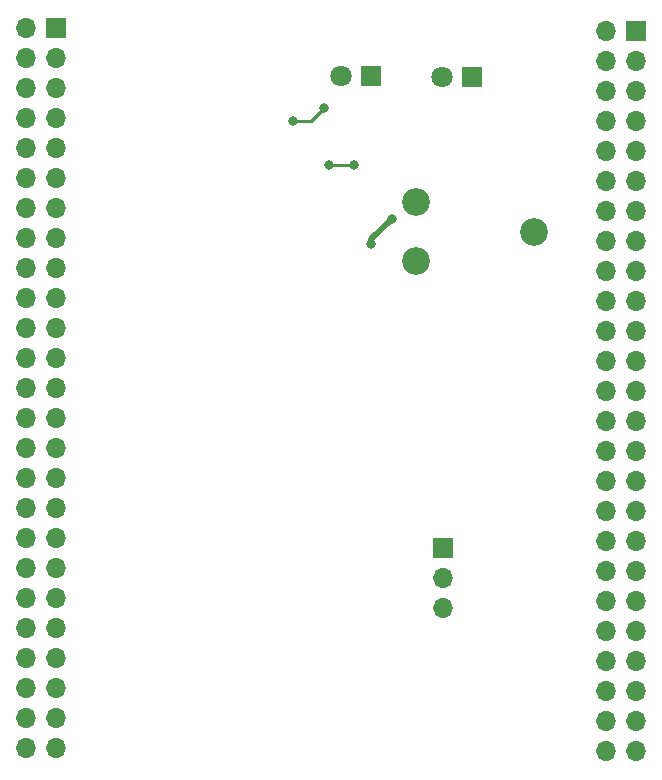
<source format=gbr>
%TF.GenerationSoftware,KiCad,Pcbnew,(7.0.0)*%
%TF.CreationDate,2023-06-01T09:50:49-06:00*%
%TF.ProjectId,Final_Project,46696e61-6c5f-4507-926f-6a6563742e6b,rev?*%
%TF.SameCoordinates,Original*%
%TF.FileFunction,Copper,L2,Bot*%
%TF.FilePolarity,Positive*%
%FSLAX46Y46*%
G04 Gerber Fmt 4.6, Leading zero omitted, Abs format (unit mm)*
G04 Created by KiCad (PCBNEW (7.0.0)) date 2023-06-01 09:50:49*
%MOMM*%
%LPD*%
G01*
G04 APERTURE LIST*
%TA.AperFunction,ComponentPad*%
%ADD10R,1.700000X1.700000*%
%TD*%
%TA.AperFunction,ComponentPad*%
%ADD11O,1.700000X1.700000*%
%TD*%
%TA.AperFunction,ComponentPad*%
%ADD12R,1.800000X1.800000*%
%TD*%
%TA.AperFunction,ComponentPad*%
%ADD13C,1.800000*%
%TD*%
%TA.AperFunction,ComponentPad*%
%ADD14C,2.340000*%
%TD*%
%TA.AperFunction,ViaPad*%
%ADD15C,0.800000*%
%TD*%
%TA.AperFunction,Conductor*%
%ADD16C,0.500000*%
%TD*%
%TA.AperFunction,Conductor*%
%ADD17C,0.250000*%
%TD*%
G04 APERTURE END LIST*
D10*
%TO.P,J2,1,Pin_1*%
%TO.N,unconnected-(J2-Pin_1-Pad1)*%
X86334599Y-29184599D03*
D11*
%TO.P,J2,2,Pin_2*%
%TO.N,GND*%
X83794599Y-29184599D03*
%TO.P,J2,3,Pin_3*%
%TO.N,unconnected-(J2-Pin_3-Pad3)*%
X86334599Y-31724599D03*
%TO.P,J2,4,Pin_4*%
%TO.N,+5V*%
X83794599Y-31724599D03*
%TO.P,J2,5,Pin_5*%
%TO.N,unconnected-(J2-Pin_5-Pad5)*%
X86334599Y-34264599D03*
%TO.P,J2,6,Pin_6*%
%TO.N,unconnected-(J2-Pin_6-Pad6)*%
X83794599Y-34264599D03*
%TO.P,J2,7,Pin_7*%
%TO.N,unconnected-(J2-Pin_7-Pad7)*%
X86334599Y-36804599D03*
%TO.P,J2,8,Pin_8*%
%TO.N,unconnected-(J2-Pin_8-Pad8)*%
X83794599Y-36804599D03*
%TO.P,J2,9,Pin_9*%
%TO.N,unconnected-(J2-Pin_9-Pad9)*%
X86334599Y-39344599D03*
%TO.P,J2,10,Pin_10*%
%TO.N,unconnected-(J2-Pin_10-Pad10)*%
X83794599Y-39344599D03*
%TO.P,J2,11,Pin_11*%
%TO.N,unconnected-(J2-Pin_11-Pad11)*%
X86334599Y-41884599D03*
%TO.P,J2,12,Pin_12*%
%TO.N,unconnected-(J2-Pin_12-Pad12)*%
X83794599Y-41884599D03*
%TO.P,J2,13,Pin_13*%
%TO.N,unconnected-(J2-Pin_13-Pad13)*%
X86334599Y-44424599D03*
%TO.P,J2,14,Pin_14*%
%TO.N,unconnected-(J2-Pin_14-Pad14)*%
X83794599Y-44424599D03*
%TO.P,J2,15,Pin_15*%
%TO.N,unconnected-(J2-Pin_15-Pad15)*%
X86334599Y-46964599D03*
%TO.P,J2,16,Pin_16*%
%TO.N,unconnected-(J2-Pin_16-Pad16)*%
X83794599Y-46964599D03*
%TO.P,J2,17,Pin_17*%
%TO.N,unconnected-(J2-Pin_17-Pad17)*%
X86334599Y-49504599D03*
%TO.P,J2,18,Pin_18*%
%TO.N,unconnected-(J2-Pin_18-Pad18)*%
X83794599Y-49504599D03*
%TO.P,J2,19,Pin_19*%
%TO.N,unconnected-(J2-Pin_19-Pad19)*%
X86334599Y-52044599D03*
%TO.P,J2,20,Pin_20*%
%TO.N,unconnected-(J2-Pin_20-Pad20)*%
X83794599Y-52044599D03*
%TO.P,J2,21,Pin_21*%
%TO.N,unconnected-(J2-Pin_21-Pad21)*%
X86334599Y-54584599D03*
%TO.P,J2,22,Pin_22*%
%TO.N,unconnected-(J2-Pin_22-Pad22)*%
X83794599Y-54584599D03*
%TO.P,J2,23,Pin_23*%
%TO.N,unconnected-(J2-Pin_23-Pad23)*%
X86334599Y-57124599D03*
%TO.P,J2,24,Pin_24*%
%TO.N,unconnected-(J2-Pin_24-Pad24)*%
X83794599Y-57124599D03*
%TO.P,J2,25,Pin_25*%
%TO.N,unconnected-(J2-Pin_25-Pad25)*%
X86334599Y-59664599D03*
%TO.P,J2,26,Pin_26*%
%TO.N,unconnected-(J2-Pin_26-Pad26)*%
X83794599Y-59664599D03*
%TO.P,J2,27,Pin_27*%
%TO.N,unconnected-(J2-Pin_27-Pad27)*%
X86334599Y-62204599D03*
%TO.P,J2,28,Pin_28*%
%TO.N,unconnected-(J2-Pin_28-Pad28)*%
X83794599Y-62204599D03*
%TO.P,J2,29,Pin_29*%
%TO.N,unconnected-(J2-Pin_29-Pad29)*%
X86334599Y-64744599D03*
%TO.P,J2,30,Pin_30*%
%TO.N,unconnected-(J2-Pin_30-Pad30)*%
X83794599Y-64744599D03*
%TO.P,J2,31,Pin_31*%
%TO.N,unconnected-(J2-Pin_31-Pad31)*%
X86334599Y-67284599D03*
%TO.P,J2,32,Pin_32*%
%TO.N,unconnected-(J2-Pin_32-Pad32)*%
X83794599Y-67284599D03*
%TO.P,J2,33,Pin_33*%
%TO.N,unconnected-(J2-Pin_33-Pad33)*%
X86334599Y-69824599D03*
%TO.P,J2,34,Pin_34*%
%TO.N,unconnected-(J2-Pin_34-Pad34)*%
X83794599Y-69824599D03*
%TO.P,J2,35,Pin_35*%
%TO.N,unconnected-(J2-Pin_35-Pad35)*%
X86334599Y-72364599D03*
%TO.P,J2,36,Pin_36*%
%TO.N,unconnected-(J2-Pin_36-Pad36)*%
X83794599Y-72364599D03*
%TO.P,J2,37,Pin_37*%
%TO.N,unconnected-(J2-Pin_37-Pad37)*%
X86334599Y-74904599D03*
%TO.P,J2,38,Pin_38*%
%TO.N,unconnected-(J2-Pin_38-Pad38)*%
X83794599Y-74904599D03*
%TO.P,J2,39,Pin_39*%
%TO.N,unconnected-(J2-Pin_39-Pad39)*%
X86334599Y-77444599D03*
%TO.P,J2,40,Pin_40*%
%TO.N,unconnected-(J2-Pin_40-Pad40)*%
X83794599Y-77444599D03*
%TO.P,J2,41,Pin_41*%
%TO.N,unconnected-(J2-Pin_41-Pad41)*%
X86334599Y-79984599D03*
%TO.P,J2,42,Pin_42*%
%TO.N,unconnected-(J2-Pin_42-Pad42)*%
X83794599Y-79984599D03*
%TO.P,J2,43,Pin_43*%
%TO.N,unconnected-(J2-Pin_43-Pad43)*%
X86334599Y-82524599D03*
%TO.P,J2,44,Pin_44*%
%TO.N,unconnected-(J2-Pin_44-Pad44)*%
X83794599Y-82524599D03*
%TO.P,J2,45,Pin_45*%
%TO.N,unconnected-(J2-Pin_45-Pad45)*%
X86334599Y-85064599D03*
%TO.P,J2,46,Pin_46*%
%TO.N,unconnected-(J2-Pin_46-Pad46)*%
X83794599Y-85064599D03*
%TO.P,J2,47,Pin_47*%
%TO.N,unconnected-(J2-Pin_47-Pad47)*%
X86334599Y-87604599D03*
%TO.P,J2,48,Pin_48*%
%TO.N,unconnected-(J2-Pin_48-Pad48)*%
X83794599Y-87604599D03*
%TO.P,J2,49,Pin_49*%
%TO.N,unconnected-(J2-Pin_49-Pad49)*%
X86334599Y-90144599D03*
%TO.P,J2,50,Pin_50*%
%TO.N,unconnected-(J2-Pin_50-Pad50)*%
X83794599Y-90144599D03*
%TD*%
D12*
%TO.P,D4,1,K*%
%TO.N,GND*%
X72441999Y-33013399D03*
D13*
%TO.P,D4,2,A*%
%TO.N,Net-(D4-A)*%
X69902000Y-33013400D03*
%TD*%
D10*
%TO.P,J4,1,Pin_1*%
%TO.N,GND*%
X69947799Y-72963399D03*
D11*
%TO.P,J4,2,Pin_2*%
%TO.N,+5V*%
X69947799Y-75503399D03*
%TO.P,J4,3,Pin_3*%
%TO.N,Servo_Motor*%
X69947799Y-78043399D03*
%TD*%
D14*
%TO.P,RV1,1,1*%
%TO.N,VDD*%
X67640200Y-48641000D03*
%TO.P,RV1,2,2*%
%TO.N,Net-(U1-+)*%
X77640200Y-46141000D03*
%TO.P,RV1,3,3*%
%TO.N,GND*%
X67640200Y-43641000D03*
%TD*%
D12*
%TO.P,D2,1,K*%
%TO.N,Net-(D2-K)*%
X63907599Y-32962599D03*
D13*
%TO.P,D2,2,A*%
%TO.N,GND*%
X61367600Y-32962600D03*
%TD*%
D10*
%TO.P,J1,1,Pin_1*%
%TO.N,GND*%
X37181799Y-28894399D03*
D11*
%TO.P,J1,2,Pin_2*%
%TO.N,unconnected-(J1-Pin_2-Pad2)*%
X34641799Y-28894399D03*
%TO.P,J1,3,Pin_3*%
%TO.N,VDD*%
X37181799Y-31434399D03*
%TO.P,J1,4,Pin_4*%
%TO.N,unconnected-(J1-Pin_4-Pad4)*%
X34641799Y-31434399D03*
%TO.P,J1,5,Pin_5*%
%TO.N,unconnected-(J1-Pin_5-Pad5)*%
X37181799Y-33974399D03*
%TO.P,J1,6,Pin_6*%
%TO.N,unconnected-(J1-Pin_6-Pad6)*%
X34641799Y-33974399D03*
%TO.P,J1,7,Pin_7*%
%TO.N,Servo_Motor*%
X37181799Y-36514399D03*
%TO.P,J1,8,Pin_8*%
%TO.N,unconnected-(J1-Pin_8-Pad8)*%
X34641799Y-36514399D03*
%TO.P,J1,9,Pin_9*%
%TO.N,unconnected-(J1-Pin_9-Pad9)*%
X37181799Y-39054399D03*
%TO.P,J1,10,Pin_10*%
%TO.N,unconnected-(J1-Pin_10-Pad10)*%
X34641799Y-39054399D03*
%TO.P,J1,11,Pin_11*%
%TO.N,IR_Sensor*%
X37181799Y-41594399D03*
%TO.P,J1,12,Pin_12*%
%TO.N,unconnected-(J1-Pin_12-Pad12)*%
X34641799Y-41594399D03*
%TO.P,J1,13,Pin_13*%
%TO.N,unconnected-(J1-Pin_13-Pad13)*%
X37181799Y-44134399D03*
%TO.P,J1,14,Pin_14*%
%TO.N,unconnected-(J1-Pin_14-Pad14)*%
X34641799Y-44134399D03*
%TO.P,J1,15,Pin_15*%
%TO.N,unconnected-(J1-Pin_15-Pad15)*%
X37181799Y-46674399D03*
%TO.P,J1,16,Pin_16*%
%TO.N,unconnected-(J1-Pin_16-Pad16)*%
X34641799Y-46674399D03*
%TO.P,J1,17,Pin_17*%
%TO.N,unconnected-(J1-Pin_17-Pad17)*%
X37181799Y-49214399D03*
%TO.P,J1,18,Pin_18*%
%TO.N,unconnected-(J1-Pin_18-Pad18)*%
X34641799Y-49214399D03*
%TO.P,J1,19,Pin_19*%
%TO.N,unconnected-(J1-Pin_19-Pad19)*%
X37181799Y-51754399D03*
%TO.P,J1,20,Pin_20*%
%TO.N,unconnected-(J1-Pin_20-Pad20)*%
X34641799Y-51754399D03*
%TO.P,J1,21,Pin_21*%
%TO.N,unconnected-(J1-Pin_21-Pad21)*%
X37181799Y-54294399D03*
%TO.P,J1,22,Pin_22*%
%TO.N,unconnected-(J1-Pin_22-Pad22)*%
X34641799Y-54294399D03*
%TO.P,J1,23,Pin_23*%
%TO.N,unconnected-(J1-Pin_23-Pad23)*%
X37181799Y-56834399D03*
%TO.P,J1,24,Pin_24*%
%TO.N,unconnected-(J1-Pin_24-Pad24)*%
X34641799Y-56834399D03*
%TO.P,J1,25,Pin_25*%
%TO.N,unconnected-(J1-Pin_25-Pad25)*%
X37181799Y-59374399D03*
%TO.P,J1,26,Pin_26*%
%TO.N,unconnected-(J1-Pin_26-Pad26)*%
X34641799Y-59374399D03*
%TO.P,J1,27,Pin_27*%
%TO.N,unconnected-(J1-Pin_27-Pad27)*%
X37181799Y-61914399D03*
%TO.P,J1,28,Pin_28*%
%TO.N,unconnected-(J1-Pin_28-Pad28)*%
X34641799Y-61914399D03*
%TO.P,J1,29,Pin_29*%
%TO.N,unconnected-(J1-Pin_29-Pad29)*%
X37181799Y-64454399D03*
%TO.P,J1,30,Pin_30*%
%TO.N,unconnected-(J1-Pin_30-Pad30)*%
X34641799Y-64454399D03*
%TO.P,J1,31,Pin_31*%
%TO.N,unconnected-(J1-Pin_31-Pad31)*%
X37181799Y-66994399D03*
%TO.P,J1,32,Pin_32*%
%TO.N,unconnected-(J1-Pin_32-Pad32)*%
X34641799Y-66994399D03*
%TO.P,J1,33,Pin_33*%
%TO.N,unconnected-(J1-Pin_33-Pad33)*%
X37181799Y-69534399D03*
%TO.P,J1,34,Pin_34*%
%TO.N,unconnected-(J1-Pin_34-Pad34)*%
X34641799Y-69534399D03*
%TO.P,J1,35,Pin_35*%
%TO.N,unconnected-(J1-Pin_35-Pad35)*%
X37181799Y-72074399D03*
%TO.P,J1,36,Pin_36*%
%TO.N,unconnected-(J1-Pin_36-Pad36)*%
X34641799Y-72074399D03*
%TO.P,J1,37,Pin_37*%
%TO.N,unconnected-(J1-Pin_37-Pad37)*%
X37181799Y-74614399D03*
%TO.P,J1,38,Pin_38*%
%TO.N,unconnected-(J1-Pin_38-Pad38)*%
X34641799Y-74614399D03*
%TO.P,J1,39,Pin_39*%
%TO.N,unconnected-(J1-Pin_39-Pad39)*%
X37181799Y-77154399D03*
%TO.P,J1,40,Pin_40*%
%TO.N,unconnected-(J1-Pin_40-Pad40)*%
X34641799Y-77154399D03*
%TO.P,J1,41,Pin_41*%
%TO.N,unconnected-(J1-Pin_41-Pad41)*%
X37181799Y-79694399D03*
%TO.P,J1,42,Pin_42*%
%TO.N,unconnected-(J1-Pin_42-Pad42)*%
X34641799Y-79694399D03*
%TO.P,J1,43,Pin_43*%
%TO.N,unconnected-(J1-Pin_43-Pad43)*%
X37181799Y-82234399D03*
%TO.P,J1,44,Pin_44*%
%TO.N,unconnected-(J1-Pin_44-Pad44)*%
X34641799Y-82234399D03*
%TO.P,J1,45,Pin_45*%
%TO.N,unconnected-(J1-Pin_45-Pad45)*%
X37181799Y-84774399D03*
%TO.P,J1,46,Pin_46*%
%TO.N,unconnected-(J1-Pin_46-Pad46)*%
X34641799Y-84774399D03*
%TO.P,J1,47,Pin_47*%
%TO.N,unconnected-(J1-Pin_47-Pad47)*%
X37181799Y-87314399D03*
%TO.P,J1,48,Pin_48*%
%TO.N,unconnected-(J1-Pin_48-Pad48)*%
X34641799Y-87314399D03*
%TO.P,J1,49,Pin_49*%
%TO.N,unconnected-(J1-Pin_49-Pad49)*%
X37181799Y-89854399D03*
%TO.P,J1,50,Pin_50*%
%TO.N,unconnected-(J1-Pin_50-Pad50)*%
X34641799Y-89854399D03*
%TD*%
D15*
%TO.N,GND*%
X63902600Y-47207800D03*
X65604400Y-45099600D03*
%TO.N,Net-(U1-+)*%
X62404000Y-40527600D03*
X60346600Y-40527600D03*
%TO.N,VDD*%
X57222400Y-36743000D03*
X59914800Y-35650800D03*
%TD*%
D16*
%TO.N,GND*%
X63902600Y-46801400D02*
X65604400Y-45099600D01*
X63902600Y-47207800D02*
X63902600Y-46801400D01*
D17*
%TO.N,Net-(U1-+)*%
X60041800Y-40527600D02*
X60346600Y-40527600D01*
X62404000Y-40527600D02*
X60346600Y-40527600D01*
%TO.N,VDD*%
X57222400Y-36743000D02*
X58822600Y-36743000D01*
X58822600Y-36743000D02*
X59914800Y-35650800D01*
%TD*%
M02*

</source>
